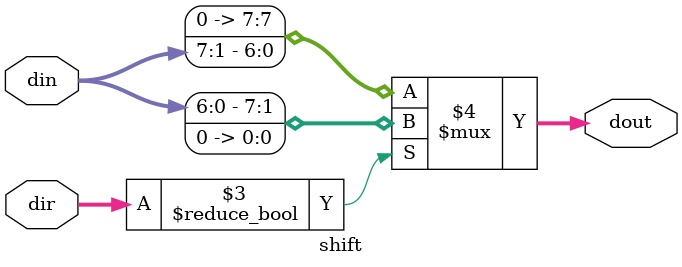
<source format=v>
module shift #(parameter DWIDTH = 8)(
input   [DWIDTH-1:0] dir,
input   [DWIDTH-1:0] din,
output  [DWIDTH-1:0]dout
);

assign dout = dir ? din<<1
			      : din>>1;

endmodule
</source>
